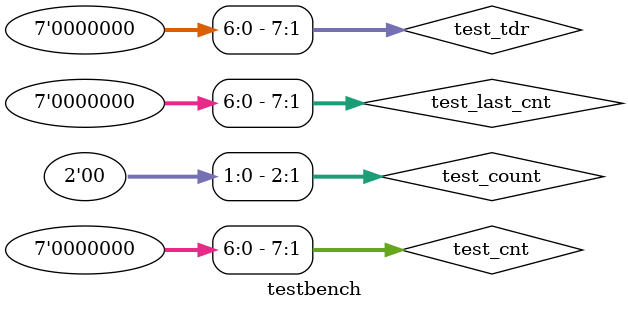
<source format=v>
module testbench ();

wire pclk, preset_n, test_clk_int;

wire pwrite, psel, penable, pready, pslverr;

wire [7:0] paddr, pwdata, prdata;

wire [7:0] test_tdr, test_cnt, test_last_cnt;

wire [2:0] test_count;

assign test_clk_int = dut.sys_clk.internal_clk;
assign test_count = dut.reg_control.count;
assign test_tdr = dut.reg_control.tdr_reg;
assign test_cnt = dut.counter_module.cnt;
assign test_last_cnt = dut.counter_module.last_cnt;

clock_system system (.pclk(pclk),
                     .preset_n(preset_n)
                     );
                     
timer dut      (.pclk(pclk),
                .preset_n(preset_n),
                .pwrite(pwrite),
                .psel(psel),
                .penable(penable),
                .paddr(paddr),
                .pwdata(pwdata),
                .prdata(prdata),
                .pready(pready),
                .pslverr(pslverr)
                );

cpu_model cpu (.pclk(pclk),
               .preset_n(preset_n),
               .pwrite(pwrite),
               .psel(psel),
               .penable(penable),
               .paddr(paddr),
               .pwdata(pwdata),
               .pready(pready),
               .pslverr(pslverr),
               .prdata(prdata)
               );

task get_result(input reg a);
    begin
         if (a) begin
             $display("=====================================");
             $display("\033[31m============ TEST FAILED ==========\033[0m"); 
             $display("=============================");
         end
         else begin
             $display("==================================");
             $display("\033[31m============== TEST PASSED ============\033[0m"); 
             $display("==================================");
         end
    end
endtask

endmodule

</source>
